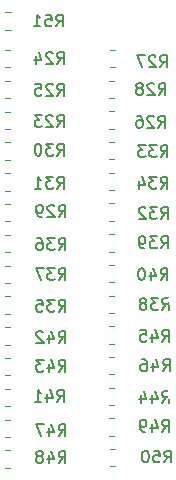
<source format=gbo>
G04 #@! TF.GenerationSoftware,KiCad,Pcbnew,(5.1.12)-1*
G04 #@! TF.CreationDate,2021-11-18T21:12:02+02:00*
G04 #@! TF.ProjectId,SmartHome,536d6172-7448-46f6-9d65-2e6b69636164,rev?*
G04 #@! TF.SameCoordinates,Original*
G04 #@! TF.FileFunction,Legend,Bot*
G04 #@! TF.FilePolarity,Positive*
%FSLAX46Y46*%
G04 Gerber Fmt 4.6, Leading zero omitted, Abs format (unit mm)*
G04 Created by KiCad (PCBNEW (5.1.12)-1) date 2021-11-18 21:12:02*
%MOMM*%
%LPD*%
G01*
G04 APERTURE LIST*
%ADD10C,0.120000*%
%ADD11C,0.150000*%
%ADD12R,1.700000X1.700000*%
%ADD13O,1.700000X1.700000*%
%ADD14R,1.508000X1.508000*%
%ADD15C,1.508000*%
%ADD16C,1.400000*%
%ADD17R,1.400000X1.400000*%
%ADD18O,1.950000X1.700000*%
%ADD19C,2.000000*%
%ADD20C,1.500000*%
%ADD21C,2.800000*%
%ADD22R,2.800000X2.800000*%
%ADD23R,3.500000X3.500000*%
G04 APERTURE END LIST*
D10*
X149668496Y18403240D02*
X150122624Y18403240D01*
X149668496Y16933240D02*
X150122624Y16933240D01*
X158499436Y-18569000D02*
X158953564Y-18569000D01*
X158499436Y-20039000D02*
X158953564Y-20039000D01*
X158419436Y-15970380D02*
X158873564Y-15970380D01*
X158419436Y-17440380D02*
X158873564Y-17440380D01*
X149632936Y-18696000D02*
X150087064Y-18696000D01*
X149632936Y-20166000D02*
X150087064Y-20166000D01*
X149632936Y-16087608D02*
X150087064Y-16087608D01*
X149632936Y-17557608D02*
X150087064Y-17557608D01*
X158419436Y-10773150D02*
X158873564Y-10773150D01*
X158419436Y-12243150D02*
X158873564Y-12243150D01*
X158419436Y-8174535D02*
X158873564Y-8174535D01*
X158419436Y-9644535D02*
X158873564Y-9644535D01*
X158419436Y-13371765D02*
X158873564Y-13371765D01*
X158419436Y-14841765D02*
X158873564Y-14841765D01*
X149632936Y-10870840D02*
X150087064Y-10870840D01*
X149632936Y-12340840D02*
X150087064Y-12340840D01*
X149632936Y-8262456D02*
X150087064Y-8262456D01*
X149632936Y-9732456D02*
X150087064Y-9732456D01*
X149632936Y-13479224D02*
X150087064Y-13479224D01*
X149632936Y-14949224D02*
X150087064Y-14949224D01*
X158419436Y-2977305D02*
X158873564Y-2977305D01*
X158419436Y-4447305D02*
X158873564Y-4447305D01*
X158419436Y-378690D02*
X158873564Y-378690D01*
X158419436Y-1848690D02*
X158873564Y-1848690D01*
X158419436Y-5575920D02*
X158873564Y-5575920D01*
X158419436Y-7045920D02*
X158873564Y-7045920D01*
X149632936Y-3045688D02*
X150087064Y-3045688D01*
X149632936Y-4515688D02*
X150087064Y-4515688D01*
X149632936Y-437304D02*
X150087064Y-437304D01*
X149632936Y-1907304D02*
X150087064Y-1907304D01*
X149632936Y-5654072D02*
X150087064Y-5654072D01*
X149632936Y-7124072D02*
X150087064Y-7124072D01*
X158419436Y4818540D02*
X158873564Y4818540D01*
X158419436Y3348540D02*
X158873564Y3348540D01*
X158419436Y7417155D02*
X158873564Y7417155D01*
X158419436Y5947155D02*
X158873564Y5947155D01*
X158419436Y2219925D02*
X158873564Y2219925D01*
X158419436Y749925D02*
X158873564Y749925D01*
X149632936Y4779464D02*
X150087064Y4779464D01*
X149632936Y3309464D02*
X150087064Y3309464D01*
X149632936Y7387848D02*
X150087064Y7387848D01*
X149632936Y5917848D02*
X150087064Y5917848D01*
X149632936Y2171080D02*
X150087064Y2171080D01*
X149632936Y701080D02*
X150087064Y701080D01*
X158419436Y12614385D02*
X158873564Y12614385D01*
X158419436Y11144385D02*
X158873564Y11144385D01*
X158499436Y15213000D02*
X158953564Y15213000D01*
X158499436Y13743000D02*
X158953564Y13743000D01*
X158419436Y10015770D02*
X158873564Y10015770D01*
X158419436Y8545770D02*
X158873564Y8545770D01*
X149632936Y12604616D02*
X150087064Y12604616D01*
X149632936Y11134616D02*
X150087064Y11134616D01*
X149632936Y15213000D02*
X150087064Y15213000D01*
X149632936Y13743000D02*
X150087064Y13743000D01*
X149632936Y9996232D02*
X150087064Y9996232D01*
X149632936Y8526232D02*
X150087064Y8526232D01*
D11*
X153975037Y17208239D02*
X154308370Y17684429D01*
X154546465Y17208239D02*
X154546465Y18208239D01*
X154165513Y18208239D01*
X154070275Y18160620D01*
X154022656Y18113000D01*
X153975037Y18017762D01*
X153975037Y17874905D01*
X154022656Y17779667D01*
X154070275Y17732048D01*
X154165513Y17684429D01*
X154546465Y17684429D01*
X153070275Y18208239D02*
X153546465Y18208239D01*
X153594084Y17732048D01*
X153546465Y17779667D01*
X153451227Y17827286D01*
X153213132Y17827286D01*
X153117894Y17779667D01*
X153070275Y17732048D01*
X153022656Y17636810D01*
X153022656Y17398715D01*
X153070275Y17303477D01*
X153117894Y17255858D01*
X153213132Y17208239D01*
X153451227Y17208239D01*
X153546465Y17255858D01*
X153594084Y17303477D01*
X152070275Y17208239D02*
X152641703Y17208239D01*
X152355989Y17208239D02*
X152355989Y18208239D01*
X152451227Y18065381D01*
X152546465Y17970143D01*
X152641703Y17922524D01*
X163136817Y-19697960D02*
X163470150Y-19221770D01*
X163708245Y-19697960D02*
X163708245Y-18697960D01*
X163327293Y-18697960D01*
X163232055Y-18745580D01*
X163184436Y-18793199D01*
X163136817Y-18888437D01*
X163136817Y-19031294D01*
X163184436Y-19126532D01*
X163232055Y-19174151D01*
X163327293Y-19221770D01*
X163708245Y-19221770D01*
X162232055Y-18697960D02*
X162708245Y-18697960D01*
X162755864Y-19174151D01*
X162708245Y-19126532D01*
X162613007Y-19078913D01*
X162374912Y-19078913D01*
X162279674Y-19126532D01*
X162232055Y-19174151D01*
X162184436Y-19269389D01*
X162184436Y-19507484D01*
X162232055Y-19602722D01*
X162279674Y-19650341D01*
X162374912Y-19697960D01*
X162613007Y-19697960D01*
X162708245Y-19650341D01*
X162755864Y-19602722D01*
X161565388Y-18697960D02*
X161470150Y-18697960D01*
X161374912Y-18745580D01*
X161327293Y-18793199D01*
X161279674Y-18888437D01*
X161232055Y-19078913D01*
X161232055Y-19317008D01*
X161279674Y-19507484D01*
X161327293Y-19602722D01*
X161374912Y-19650341D01*
X161470150Y-19697960D01*
X161565388Y-19697960D01*
X161660626Y-19650341D01*
X161708245Y-19602722D01*
X161755864Y-19507484D01*
X161803483Y-19317008D01*
X161803483Y-19078913D01*
X161755864Y-18888437D01*
X161708245Y-18793199D01*
X161660626Y-18745580D01*
X161565388Y-18697960D01*
X162948857Y-17089380D02*
X163282190Y-16613190D01*
X163520285Y-17089380D02*
X163520285Y-16089380D01*
X163139333Y-16089380D01*
X163044095Y-16137000D01*
X162996476Y-16184619D01*
X162948857Y-16279857D01*
X162948857Y-16422714D01*
X162996476Y-16517952D01*
X163044095Y-16565571D01*
X163139333Y-16613190D01*
X163520285Y-16613190D01*
X162091714Y-16422714D02*
X162091714Y-17089380D01*
X162329809Y-16041761D02*
X162567904Y-16756047D01*
X161948857Y-16756047D01*
X161520285Y-17089380D02*
X161329809Y-17089380D01*
X161234571Y-17041761D01*
X161186952Y-16994142D01*
X161091714Y-16851285D01*
X161044095Y-16660809D01*
X161044095Y-16279857D01*
X161091714Y-16184619D01*
X161139333Y-16137000D01*
X161234571Y-16089380D01*
X161425047Y-16089380D01*
X161520285Y-16137000D01*
X161567904Y-16184619D01*
X161615523Y-16279857D01*
X161615523Y-16517952D01*
X161567904Y-16613190D01*
X161520285Y-16660809D01*
X161425047Y-16708428D01*
X161234571Y-16708428D01*
X161139333Y-16660809D01*
X161091714Y-16613190D01*
X161044095Y-16517952D01*
X154185857Y-19756380D02*
X154519190Y-19280190D01*
X154757285Y-19756380D02*
X154757285Y-18756380D01*
X154376333Y-18756380D01*
X154281095Y-18804000D01*
X154233476Y-18851619D01*
X154185857Y-18946857D01*
X154185857Y-19089714D01*
X154233476Y-19184952D01*
X154281095Y-19232571D01*
X154376333Y-19280190D01*
X154757285Y-19280190D01*
X153328714Y-19089714D02*
X153328714Y-19756380D01*
X153566809Y-18708761D02*
X153804904Y-19423047D01*
X153185857Y-19423047D01*
X152662047Y-19184952D02*
X152757285Y-19137333D01*
X152804904Y-19089714D01*
X152852523Y-18994476D01*
X152852523Y-18946857D01*
X152804904Y-18851619D01*
X152757285Y-18804000D01*
X152662047Y-18756380D01*
X152471571Y-18756380D01*
X152376333Y-18804000D01*
X152328714Y-18851619D01*
X152281095Y-18946857D01*
X152281095Y-18994476D01*
X152328714Y-19089714D01*
X152376333Y-19137333D01*
X152471571Y-19184952D01*
X152662047Y-19184952D01*
X152757285Y-19232571D01*
X152804904Y-19280190D01*
X152852523Y-19375428D01*
X152852523Y-19565904D01*
X152804904Y-19661142D01*
X152757285Y-19708761D01*
X152662047Y-19756380D01*
X152471571Y-19756380D01*
X152376333Y-19708761D01*
X152328714Y-19661142D01*
X152281095Y-19565904D01*
X152281095Y-19375428D01*
X152328714Y-19280190D01*
X152376333Y-19232571D01*
X152471571Y-19184952D01*
X154185857Y-17470380D02*
X154519190Y-16994190D01*
X154757285Y-17470380D02*
X154757285Y-16470380D01*
X154376333Y-16470380D01*
X154281095Y-16518000D01*
X154233476Y-16565619D01*
X154185857Y-16660857D01*
X154185857Y-16803714D01*
X154233476Y-16898952D01*
X154281095Y-16946571D01*
X154376333Y-16994190D01*
X154757285Y-16994190D01*
X153328714Y-16803714D02*
X153328714Y-17470380D01*
X153566809Y-16422761D02*
X153804904Y-17137047D01*
X153185857Y-17137047D01*
X152900142Y-16470380D02*
X152233476Y-16470380D01*
X152662047Y-17470380D01*
X163014897Y-11971280D02*
X163348230Y-11495090D01*
X163586325Y-11971280D02*
X163586325Y-10971280D01*
X163205373Y-10971280D01*
X163110135Y-11018900D01*
X163062516Y-11066519D01*
X163014897Y-11161757D01*
X163014897Y-11304614D01*
X163062516Y-11399852D01*
X163110135Y-11447471D01*
X163205373Y-11495090D01*
X163586325Y-11495090D01*
X162157754Y-11304614D02*
X162157754Y-11971280D01*
X162395849Y-10923661D02*
X162633944Y-11637947D01*
X162014897Y-11637947D01*
X161205373Y-10971280D02*
X161395849Y-10971280D01*
X161491087Y-11018900D01*
X161538706Y-11066519D01*
X161633944Y-11209376D01*
X161681563Y-11399852D01*
X161681563Y-11780804D01*
X161633944Y-11876042D01*
X161586325Y-11923661D01*
X161491087Y-11971280D01*
X161300611Y-11971280D01*
X161205373Y-11923661D01*
X161157754Y-11876042D01*
X161110135Y-11780804D01*
X161110135Y-11542709D01*
X161157754Y-11447471D01*
X161205373Y-11399852D01*
X161300611Y-11352233D01*
X161491087Y-11352233D01*
X161586325Y-11399852D01*
X161633944Y-11447471D01*
X161681563Y-11542709D01*
X162948857Y-9469380D02*
X163282190Y-8993190D01*
X163520285Y-9469380D02*
X163520285Y-8469380D01*
X163139333Y-8469380D01*
X163044095Y-8517000D01*
X162996476Y-8564619D01*
X162948857Y-8659857D01*
X162948857Y-8802714D01*
X162996476Y-8897952D01*
X163044095Y-8945571D01*
X163139333Y-8993190D01*
X163520285Y-8993190D01*
X162091714Y-8802714D02*
X162091714Y-9469380D01*
X162329809Y-8421761D02*
X162567904Y-9136047D01*
X161948857Y-9136047D01*
X161091714Y-8469380D02*
X161567904Y-8469380D01*
X161615523Y-8945571D01*
X161567904Y-8897952D01*
X161472666Y-8850333D01*
X161234571Y-8850333D01*
X161139333Y-8897952D01*
X161091714Y-8945571D01*
X161044095Y-9040809D01*
X161044095Y-9278904D01*
X161091714Y-9374142D01*
X161139333Y-9421761D01*
X161234571Y-9469380D01*
X161472666Y-9469380D01*
X161567904Y-9421761D01*
X161615523Y-9374142D01*
X162948857Y-14676380D02*
X163282190Y-14200190D01*
X163520285Y-14676380D02*
X163520285Y-13676380D01*
X163139333Y-13676380D01*
X163044095Y-13724000D01*
X162996476Y-13771619D01*
X162948857Y-13866857D01*
X162948857Y-14009714D01*
X162996476Y-14104952D01*
X163044095Y-14152571D01*
X163139333Y-14200190D01*
X163520285Y-14200190D01*
X162091714Y-14009714D02*
X162091714Y-14676380D01*
X162329809Y-13628761D02*
X162567904Y-14343047D01*
X161948857Y-14343047D01*
X161139333Y-14009714D02*
X161139333Y-14676380D01*
X161377428Y-13628761D02*
X161615523Y-14343047D01*
X160996476Y-14343047D01*
X154185857Y-12009380D02*
X154519190Y-11533190D01*
X154757285Y-12009380D02*
X154757285Y-11009380D01*
X154376333Y-11009380D01*
X154281095Y-11057000D01*
X154233476Y-11104619D01*
X154185857Y-11199857D01*
X154185857Y-11342714D01*
X154233476Y-11437952D01*
X154281095Y-11485571D01*
X154376333Y-11533190D01*
X154757285Y-11533190D01*
X153328714Y-11342714D02*
X153328714Y-12009380D01*
X153566809Y-10961761D02*
X153804904Y-11676047D01*
X153185857Y-11676047D01*
X152900142Y-11009380D02*
X152281095Y-11009380D01*
X152614428Y-11390333D01*
X152471571Y-11390333D01*
X152376333Y-11437952D01*
X152328714Y-11485571D01*
X152281095Y-11580809D01*
X152281095Y-11818904D01*
X152328714Y-11914142D01*
X152376333Y-11961761D01*
X152471571Y-12009380D01*
X152757285Y-12009380D01*
X152852523Y-11961761D01*
X152900142Y-11914142D01*
X154185857Y-9596380D02*
X154519190Y-9120190D01*
X154757285Y-9596380D02*
X154757285Y-8596380D01*
X154376333Y-8596380D01*
X154281095Y-8644000D01*
X154233476Y-8691619D01*
X154185857Y-8786857D01*
X154185857Y-8929714D01*
X154233476Y-9024952D01*
X154281095Y-9072571D01*
X154376333Y-9120190D01*
X154757285Y-9120190D01*
X153328714Y-8929714D02*
X153328714Y-9596380D01*
X153566809Y-8548761D02*
X153804904Y-9263047D01*
X153185857Y-9263047D01*
X152852523Y-8691619D02*
X152804904Y-8644000D01*
X152709666Y-8596380D01*
X152471571Y-8596380D01*
X152376333Y-8644000D01*
X152328714Y-8691619D01*
X152281095Y-8786857D01*
X152281095Y-8882095D01*
X152328714Y-9024952D01*
X152900142Y-9596380D01*
X152281095Y-9596380D01*
X154058857Y-14549380D02*
X154392190Y-14073190D01*
X154630285Y-14549380D02*
X154630285Y-13549380D01*
X154249333Y-13549380D01*
X154154095Y-13597000D01*
X154106476Y-13644619D01*
X154058857Y-13739857D01*
X154058857Y-13882714D01*
X154106476Y-13977952D01*
X154154095Y-14025571D01*
X154249333Y-14073190D01*
X154630285Y-14073190D01*
X153201714Y-13882714D02*
X153201714Y-14549380D01*
X153439809Y-13501761D02*
X153677904Y-14216047D01*
X153058857Y-14216047D01*
X152154095Y-14549380D02*
X152725523Y-14549380D01*
X152439809Y-14549380D02*
X152439809Y-13549380D01*
X152535047Y-13692238D01*
X152630285Y-13787476D01*
X152725523Y-13835095D01*
X162821857Y-4262380D02*
X163155190Y-3786190D01*
X163393285Y-4262380D02*
X163393285Y-3262380D01*
X163012333Y-3262380D01*
X162917095Y-3310000D01*
X162869476Y-3357619D01*
X162821857Y-3452857D01*
X162821857Y-3595714D01*
X162869476Y-3690952D01*
X162917095Y-3738571D01*
X163012333Y-3786190D01*
X163393285Y-3786190D01*
X161964714Y-3595714D02*
X161964714Y-4262380D01*
X162202809Y-3214761D02*
X162440904Y-3929047D01*
X161821857Y-3929047D01*
X161250428Y-3262380D02*
X161155190Y-3262380D01*
X161059952Y-3310000D01*
X161012333Y-3357619D01*
X160964714Y-3452857D01*
X160917095Y-3643333D01*
X160917095Y-3881428D01*
X160964714Y-4071904D01*
X161012333Y-4167142D01*
X161059952Y-4214761D01*
X161155190Y-4262380D01*
X161250428Y-4262380D01*
X161345666Y-4214761D01*
X161393285Y-4167142D01*
X161440904Y-4071904D01*
X161488523Y-3881428D01*
X161488523Y-3643333D01*
X161440904Y-3452857D01*
X161393285Y-3357619D01*
X161345666Y-3310000D01*
X161250428Y-3262380D01*
X162854877Y-1564900D02*
X163188210Y-1088710D01*
X163426305Y-1564900D02*
X163426305Y-564900D01*
X163045353Y-564900D01*
X162950115Y-612520D01*
X162902496Y-660139D01*
X162854877Y-755377D01*
X162854877Y-898234D01*
X162902496Y-993472D01*
X162950115Y-1041091D01*
X163045353Y-1088710D01*
X163426305Y-1088710D01*
X162521543Y-564900D02*
X161902496Y-564900D01*
X162235829Y-945853D01*
X162092972Y-945853D01*
X161997734Y-993472D01*
X161950115Y-1041091D01*
X161902496Y-1136329D01*
X161902496Y-1374424D01*
X161950115Y-1469662D01*
X161997734Y-1517281D01*
X162092972Y-1564900D01*
X162378686Y-1564900D01*
X162473924Y-1517281D01*
X162521543Y-1469662D01*
X161426305Y-1564900D02*
X161235829Y-1564900D01*
X161140591Y-1517281D01*
X161092972Y-1469662D01*
X160997734Y-1326805D01*
X160950115Y-1136329D01*
X160950115Y-755377D01*
X160997734Y-660139D01*
X161045353Y-612520D01*
X161140591Y-564900D01*
X161331067Y-564900D01*
X161426305Y-612520D01*
X161473924Y-660139D01*
X161521543Y-755377D01*
X161521543Y-993472D01*
X161473924Y-1088710D01*
X161426305Y-1136329D01*
X161331067Y-1183948D01*
X161140591Y-1183948D01*
X161045353Y-1136329D01*
X160997734Y-1088710D01*
X160950115Y-993472D01*
X162948857Y-6802380D02*
X163282190Y-6326190D01*
X163520285Y-6802380D02*
X163520285Y-5802380D01*
X163139333Y-5802380D01*
X163044095Y-5850000D01*
X162996476Y-5897619D01*
X162948857Y-5992857D01*
X162948857Y-6135714D01*
X162996476Y-6230952D01*
X163044095Y-6278571D01*
X163139333Y-6326190D01*
X163520285Y-6326190D01*
X162615523Y-5802380D02*
X161996476Y-5802380D01*
X162329809Y-6183333D01*
X162186952Y-6183333D01*
X162091714Y-6230952D01*
X162044095Y-6278571D01*
X161996476Y-6373809D01*
X161996476Y-6611904D01*
X162044095Y-6707142D01*
X162091714Y-6754761D01*
X162186952Y-6802380D01*
X162472666Y-6802380D01*
X162567904Y-6754761D01*
X162615523Y-6707142D01*
X161425047Y-6230952D02*
X161520285Y-6183333D01*
X161567904Y-6135714D01*
X161615523Y-6040476D01*
X161615523Y-5992857D01*
X161567904Y-5897619D01*
X161520285Y-5850000D01*
X161425047Y-5802380D01*
X161234571Y-5802380D01*
X161139333Y-5850000D01*
X161091714Y-5897619D01*
X161044095Y-5992857D01*
X161044095Y-6040476D01*
X161091714Y-6135714D01*
X161139333Y-6183333D01*
X161234571Y-6230952D01*
X161425047Y-6230952D01*
X161520285Y-6278571D01*
X161567904Y-6326190D01*
X161615523Y-6421428D01*
X161615523Y-6611904D01*
X161567904Y-6707142D01*
X161520285Y-6754761D01*
X161425047Y-6802380D01*
X161234571Y-6802380D01*
X161139333Y-6754761D01*
X161091714Y-6707142D01*
X161044095Y-6611904D01*
X161044095Y-6421428D01*
X161091714Y-6326190D01*
X161139333Y-6278571D01*
X161234571Y-6230952D01*
X154185857Y-4262380D02*
X154519190Y-3786190D01*
X154757285Y-4262380D02*
X154757285Y-3262380D01*
X154376333Y-3262380D01*
X154281095Y-3310000D01*
X154233476Y-3357619D01*
X154185857Y-3452857D01*
X154185857Y-3595714D01*
X154233476Y-3690952D01*
X154281095Y-3738571D01*
X154376333Y-3786190D01*
X154757285Y-3786190D01*
X153852523Y-3262380D02*
X153233476Y-3262380D01*
X153566809Y-3643333D01*
X153423952Y-3643333D01*
X153328714Y-3690952D01*
X153281095Y-3738571D01*
X153233476Y-3833809D01*
X153233476Y-4071904D01*
X153281095Y-4167142D01*
X153328714Y-4214761D01*
X153423952Y-4262380D01*
X153709666Y-4262380D01*
X153804904Y-4214761D01*
X153852523Y-4167142D01*
X152900142Y-3262380D02*
X152233476Y-3262380D01*
X152662047Y-4262380D01*
X154185857Y-1722380D02*
X154519190Y-1246190D01*
X154757285Y-1722380D02*
X154757285Y-722380D01*
X154376333Y-722380D01*
X154281095Y-770000D01*
X154233476Y-817619D01*
X154185857Y-912857D01*
X154185857Y-1055714D01*
X154233476Y-1150952D01*
X154281095Y-1198571D01*
X154376333Y-1246190D01*
X154757285Y-1246190D01*
X153852523Y-722380D02*
X153233476Y-722380D01*
X153566809Y-1103333D01*
X153423952Y-1103333D01*
X153328714Y-1150952D01*
X153281095Y-1198571D01*
X153233476Y-1293809D01*
X153233476Y-1531904D01*
X153281095Y-1627142D01*
X153328714Y-1674761D01*
X153423952Y-1722380D01*
X153709666Y-1722380D01*
X153804904Y-1674761D01*
X153852523Y-1627142D01*
X152376333Y-722380D02*
X152566809Y-722380D01*
X152662047Y-770000D01*
X152709666Y-817619D01*
X152804904Y-960476D01*
X152852523Y-1150952D01*
X152852523Y-1531904D01*
X152804904Y-1627142D01*
X152757285Y-1674761D01*
X152662047Y-1722380D01*
X152471571Y-1722380D01*
X152376333Y-1674761D01*
X152328714Y-1627142D01*
X152281095Y-1531904D01*
X152281095Y-1293809D01*
X152328714Y-1198571D01*
X152376333Y-1150952D01*
X152471571Y-1103333D01*
X152662047Y-1103333D01*
X152757285Y-1150952D01*
X152804904Y-1198571D01*
X152852523Y-1293809D01*
X154185857Y-6929380D02*
X154519190Y-6453190D01*
X154757285Y-6929380D02*
X154757285Y-5929380D01*
X154376333Y-5929380D01*
X154281095Y-5977000D01*
X154233476Y-6024619D01*
X154185857Y-6119857D01*
X154185857Y-6262714D01*
X154233476Y-6357952D01*
X154281095Y-6405571D01*
X154376333Y-6453190D01*
X154757285Y-6453190D01*
X153852523Y-5929380D02*
X153233476Y-5929380D01*
X153566809Y-6310333D01*
X153423952Y-6310333D01*
X153328714Y-6357952D01*
X153281095Y-6405571D01*
X153233476Y-6500809D01*
X153233476Y-6738904D01*
X153281095Y-6834142D01*
X153328714Y-6881761D01*
X153423952Y-6929380D01*
X153709666Y-6929380D01*
X153804904Y-6881761D01*
X153852523Y-6834142D01*
X152328714Y-5929380D02*
X152804904Y-5929380D01*
X152852523Y-6405571D01*
X152804904Y-6357952D01*
X152709666Y-6310333D01*
X152471571Y-6310333D01*
X152376333Y-6357952D01*
X152328714Y-6405571D01*
X152281095Y-6500809D01*
X152281095Y-6738904D01*
X152328714Y-6834142D01*
X152376333Y-6881761D01*
X152471571Y-6929380D01*
X152709666Y-6929380D01*
X152804904Y-6881761D01*
X152852523Y-6834142D01*
X162821857Y3484619D02*
X163155190Y3960809D01*
X163393285Y3484619D02*
X163393285Y4484619D01*
X163012333Y4484619D01*
X162917095Y4437000D01*
X162869476Y4389380D01*
X162821857Y4294142D01*
X162821857Y4151285D01*
X162869476Y4056047D01*
X162917095Y4008428D01*
X163012333Y3960809D01*
X163393285Y3960809D01*
X162488523Y4484619D02*
X161869476Y4484619D01*
X162202809Y4103666D01*
X162059952Y4103666D01*
X161964714Y4056047D01*
X161917095Y4008428D01*
X161869476Y3913190D01*
X161869476Y3675095D01*
X161917095Y3579857D01*
X161964714Y3532238D01*
X162059952Y3484619D01*
X162345666Y3484619D01*
X162440904Y3532238D01*
X162488523Y3579857D01*
X161012333Y4151285D02*
X161012333Y3484619D01*
X161250428Y4532238D02*
X161488523Y3817952D01*
X160869476Y3817952D01*
X162821857Y6151619D02*
X163155190Y6627809D01*
X163393285Y6151619D02*
X163393285Y7151619D01*
X163012333Y7151619D01*
X162917095Y7104000D01*
X162869476Y7056380D01*
X162821857Y6961142D01*
X162821857Y6818285D01*
X162869476Y6723047D01*
X162917095Y6675428D01*
X163012333Y6627809D01*
X163393285Y6627809D01*
X162488523Y7151619D02*
X161869476Y7151619D01*
X162202809Y6770666D01*
X162059952Y6770666D01*
X161964714Y6723047D01*
X161917095Y6675428D01*
X161869476Y6580190D01*
X161869476Y6342095D01*
X161917095Y6246857D01*
X161964714Y6199238D01*
X162059952Y6151619D01*
X162345666Y6151619D01*
X162440904Y6199238D01*
X162488523Y6246857D01*
X161536142Y7151619D02*
X160917095Y7151619D01*
X161250428Y6770666D01*
X161107571Y6770666D01*
X161012333Y6723047D01*
X160964714Y6675428D01*
X160917095Y6580190D01*
X160917095Y6342095D01*
X160964714Y6246857D01*
X161012333Y6199238D01*
X161107571Y6151619D01*
X161393285Y6151619D01*
X161488523Y6199238D01*
X161536142Y6246857D01*
X162854877Y914139D02*
X163188210Y1390329D01*
X163426305Y914139D02*
X163426305Y1914139D01*
X163045353Y1914139D01*
X162950115Y1866520D01*
X162902496Y1818900D01*
X162854877Y1723662D01*
X162854877Y1580805D01*
X162902496Y1485567D01*
X162950115Y1437948D01*
X163045353Y1390329D01*
X163426305Y1390329D01*
X162521543Y1914139D02*
X161902496Y1914139D01*
X162235829Y1533186D01*
X162092972Y1533186D01*
X161997734Y1485567D01*
X161950115Y1437948D01*
X161902496Y1342710D01*
X161902496Y1104615D01*
X161950115Y1009377D01*
X161997734Y961758D01*
X162092972Y914139D01*
X162378686Y914139D01*
X162473924Y961758D01*
X162521543Y1009377D01*
X161521543Y1818900D02*
X161473924Y1866520D01*
X161378686Y1914139D01*
X161140591Y1914139D01*
X161045353Y1866520D01*
X160997734Y1818900D01*
X160950115Y1723662D01*
X160950115Y1628424D01*
X160997734Y1485567D01*
X161569162Y914139D01*
X160950115Y914139D01*
X154058857Y3484619D02*
X154392190Y3960809D01*
X154630285Y3484619D02*
X154630285Y4484619D01*
X154249333Y4484619D01*
X154154095Y4437000D01*
X154106476Y4389380D01*
X154058857Y4294142D01*
X154058857Y4151285D01*
X154106476Y4056047D01*
X154154095Y4008428D01*
X154249333Y3960809D01*
X154630285Y3960809D01*
X153725523Y4484619D02*
X153106476Y4484619D01*
X153439809Y4103666D01*
X153296952Y4103666D01*
X153201714Y4056047D01*
X153154095Y4008428D01*
X153106476Y3913190D01*
X153106476Y3675095D01*
X153154095Y3579857D01*
X153201714Y3532238D01*
X153296952Y3484619D01*
X153582666Y3484619D01*
X153677904Y3532238D01*
X153725523Y3579857D01*
X152154095Y3484619D02*
X152725523Y3484619D01*
X152439809Y3484619D02*
X152439809Y4484619D01*
X152535047Y4341761D01*
X152630285Y4246523D01*
X152725523Y4198904D01*
X154058857Y6278619D02*
X154392190Y6754809D01*
X154630285Y6278619D02*
X154630285Y7278619D01*
X154249333Y7278619D01*
X154154095Y7231000D01*
X154106476Y7183380D01*
X154058857Y7088142D01*
X154058857Y6945285D01*
X154106476Y6850047D01*
X154154095Y6802428D01*
X154249333Y6754809D01*
X154630285Y6754809D01*
X153725523Y7278619D02*
X153106476Y7278619D01*
X153439809Y6897666D01*
X153296952Y6897666D01*
X153201714Y6850047D01*
X153154095Y6802428D01*
X153106476Y6707190D01*
X153106476Y6469095D01*
X153154095Y6373857D01*
X153201714Y6326238D01*
X153296952Y6278619D01*
X153582666Y6278619D01*
X153677904Y6326238D01*
X153725523Y6373857D01*
X152487428Y7278619D02*
X152392190Y7278619D01*
X152296952Y7231000D01*
X152249333Y7183380D01*
X152201714Y7088142D01*
X152154095Y6897666D01*
X152154095Y6659571D01*
X152201714Y6469095D01*
X152249333Y6373857D01*
X152296952Y6326238D01*
X152392190Y6278619D01*
X152487428Y6278619D01*
X152582666Y6326238D01*
X152630285Y6373857D01*
X152677904Y6469095D01*
X152725523Y6659571D01*
X152725523Y6897666D01*
X152677904Y7088142D01*
X152630285Y7183380D01*
X152582666Y7231000D01*
X152487428Y7278619D01*
X154185857Y1071619D02*
X154519190Y1547809D01*
X154757285Y1071619D02*
X154757285Y2071619D01*
X154376333Y2071619D01*
X154281095Y2024000D01*
X154233476Y1976380D01*
X154185857Y1881142D01*
X154185857Y1738285D01*
X154233476Y1643047D01*
X154281095Y1595428D01*
X154376333Y1547809D01*
X154757285Y1547809D01*
X153804904Y1976380D02*
X153757285Y2024000D01*
X153662047Y2071619D01*
X153423952Y2071619D01*
X153328714Y2024000D01*
X153281095Y1976380D01*
X153233476Y1881142D01*
X153233476Y1785904D01*
X153281095Y1643047D01*
X153852523Y1071619D01*
X153233476Y1071619D01*
X152757285Y1071619D02*
X152566809Y1071619D01*
X152471571Y1119238D01*
X152423952Y1166857D01*
X152328714Y1309714D01*
X152281095Y1500190D01*
X152281095Y1881142D01*
X152328714Y1976380D01*
X152376333Y2024000D01*
X152471571Y2071619D01*
X152662047Y2071619D01*
X152757285Y2024000D01*
X152804904Y1976380D01*
X152852523Y1881142D01*
X152852523Y1643047D01*
X152804904Y1547809D01*
X152757285Y1500190D01*
X152662047Y1452571D01*
X152471571Y1452571D01*
X152376333Y1500190D01*
X152328714Y1547809D01*
X152281095Y1643047D01*
X162649137Y11422119D02*
X162982470Y11898309D01*
X163220565Y11422119D02*
X163220565Y12422119D01*
X162839613Y12422119D01*
X162744375Y12374500D01*
X162696756Y12326880D01*
X162649137Y12231642D01*
X162649137Y12088785D01*
X162696756Y11993547D01*
X162744375Y11945928D01*
X162839613Y11898309D01*
X163220565Y11898309D01*
X162268184Y12326880D02*
X162220565Y12374500D01*
X162125327Y12422119D01*
X161887232Y12422119D01*
X161791994Y12374500D01*
X161744375Y12326880D01*
X161696756Y12231642D01*
X161696756Y12136404D01*
X161744375Y11993547D01*
X162315803Y11422119D01*
X161696756Y11422119D01*
X161125327Y11993547D02*
X161220565Y12041166D01*
X161268184Y12088785D01*
X161315803Y12184023D01*
X161315803Y12231642D01*
X161268184Y12326880D01*
X161220565Y12374500D01*
X161125327Y12422119D01*
X160934851Y12422119D01*
X160839613Y12374500D01*
X160791994Y12326880D01*
X160744375Y12231642D01*
X160744375Y12184023D01*
X160791994Y12088785D01*
X160839613Y12041166D01*
X160934851Y11993547D01*
X161125327Y11993547D01*
X161220565Y11945928D01*
X161268184Y11898309D01*
X161315803Y11803071D01*
X161315803Y11612595D01*
X161268184Y11517357D01*
X161220565Y11469738D01*
X161125327Y11422119D01*
X160934851Y11422119D01*
X160839613Y11469738D01*
X160791994Y11517357D01*
X160744375Y11612595D01*
X160744375Y11803071D01*
X160791994Y11898309D01*
X160839613Y11945928D01*
X160934851Y11993547D01*
X162750737Y13753839D02*
X163084070Y14230029D01*
X163322165Y13753839D02*
X163322165Y14753839D01*
X162941213Y14753839D01*
X162845975Y14706220D01*
X162798356Y14658600D01*
X162750737Y14563362D01*
X162750737Y14420505D01*
X162798356Y14325267D01*
X162845975Y14277648D01*
X162941213Y14230029D01*
X163322165Y14230029D01*
X162369784Y14658600D02*
X162322165Y14706220D01*
X162226927Y14753839D01*
X161988832Y14753839D01*
X161893594Y14706220D01*
X161845975Y14658600D01*
X161798356Y14563362D01*
X161798356Y14468124D01*
X161845975Y14325267D01*
X162417403Y13753839D01*
X161798356Y13753839D01*
X161465022Y14753839D02*
X160798356Y14753839D01*
X161226927Y13753839D01*
X162631357Y8635739D02*
X162964690Y9111929D01*
X163202785Y8635739D02*
X163202785Y9635739D01*
X162821833Y9635739D01*
X162726595Y9588120D01*
X162678976Y9540500D01*
X162631357Y9445262D01*
X162631357Y9302405D01*
X162678976Y9207167D01*
X162726595Y9159548D01*
X162821833Y9111929D01*
X163202785Y9111929D01*
X162250404Y9540500D02*
X162202785Y9588120D01*
X162107547Y9635739D01*
X161869452Y9635739D01*
X161774214Y9588120D01*
X161726595Y9540500D01*
X161678976Y9445262D01*
X161678976Y9350024D01*
X161726595Y9207167D01*
X162298023Y8635739D01*
X161678976Y8635739D01*
X160821833Y9635739D02*
X161012309Y9635739D01*
X161107547Y9588120D01*
X161155166Y9540500D01*
X161250404Y9397643D01*
X161298023Y9207167D01*
X161298023Y8826215D01*
X161250404Y8730977D01*
X161202785Y8683358D01*
X161107547Y8635739D01*
X160917071Y8635739D01*
X160821833Y8683358D01*
X160774214Y8730977D01*
X160726595Y8826215D01*
X160726595Y9064310D01*
X160774214Y9159548D01*
X160821833Y9207167D01*
X160917071Y9254786D01*
X161107547Y9254786D01*
X161202785Y9207167D01*
X161250404Y9159548D01*
X161298023Y9064310D01*
X154058857Y11358619D02*
X154392190Y11834809D01*
X154630285Y11358619D02*
X154630285Y12358619D01*
X154249333Y12358619D01*
X154154095Y12311000D01*
X154106476Y12263380D01*
X154058857Y12168142D01*
X154058857Y12025285D01*
X154106476Y11930047D01*
X154154095Y11882428D01*
X154249333Y11834809D01*
X154630285Y11834809D01*
X153677904Y12263380D02*
X153630285Y12311000D01*
X153535047Y12358619D01*
X153296952Y12358619D01*
X153201714Y12311000D01*
X153154095Y12263380D01*
X153106476Y12168142D01*
X153106476Y12072904D01*
X153154095Y11930047D01*
X153725523Y11358619D01*
X153106476Y11358619D01*
X152201714Y12358619D02*
X152677904Y12358619D01*
X152725523Y11882428D01*
X152677904Y11930047D01*
X152582666Y11977666D01*
X152344571Y11977666D01*
X152249333Y11930047D01*
X152201714Y11882428D01*
X152154095Y11787190D01*
X152154095Y11549095D01*
X152201714Y11453857D01*
X152249333Y11406238D01*
X152344571Y11358619D01*
X152582666Y11358619D01*
X152677904Y11406238D01*
X152725523Y11453857D01*
X154058857Y14025619D02*
X154392190Y14501809D01*
X154630285Y14025619D02*
X154630285Y15025619D01*
X154249333Y15025619D01*
X154154095Y14978000D01*
X154106476Y14930380D01*
X154058857Y14835142D01*
X154058857Y14692285D01*
X154106476Y14597047D01*
X154154095Y14549428D01*
X154249333Y14501809D01*
X154630285Y14501809D01*
X153677904Y14930380D02*
X153630285Y14978000D01*
X153535047Y15025619D01*
X153296952Y15025619D01*
X153201714Y14978000D01*
X153154095Y14930380D01*
X153106476Y14835142D01*
X153106476Y14739904D01*
X153154095Y14597047D01*
X153725523Y14025619D01*
X153106476Y14025619D01*
X152249333Y14692285D02*
X152249333Y14025619D01*
X152487428Y15073238D02*
X152725523Y14358952D01*
X152106476Y14358952D01*
X154058857Y8691619D02*
X154392190Y9167809D01*
X154630285Y8691619D02*
X154630285Y9691619D01*
X154249333Y9691619D01*
X154154095Y9644000D01*
X154106476Y9596380D01*
X154058857Y9501142D01*
X154058857Y9358285D01*
X154106476Y9263047D01*
X154154095Y9215428D01*
X154249333Y9167809D01*
X154630285Y9167809D01*
X153677904Y9596380D02*
X153630285Y9644000D01*
X153535047Y9691619D01*
X153296952Y9691619D01*
X153201714Y9644000D01*
X153154095Y9596380D01*
X153106476Y9501142D01*
X153106476Y9405904D01*
X153154095Y9263047D01*
X153725523Y8691619D01*
X153106476Y8691619D01*
X152773142Y9691619D02*
X152154095Y9691619D01*
X152487428Y9310666D01*
X152344571Y9310666D01*
X152249333Y9263047D01*
X152201714Y9215428D01*
X152154095Y9120190D01*
X152154095Y8882095D01*
X152201714Y8786857D01*
X152249333Y8739238D01*
X152344571Y8691619D01*
X152630285Y8691619D01*
X152725523Y8739238D01*
X152773142Y8786857D01*
%LPC*%
G36*
G01*
X150295560Y17218239D02*
X150295560Y18118241D01*
G75*
G02*
X150545559Y18368240I249999J0D01*
G01*
X151070561Y18368240D01*
G75*
G02*
X151320560Y18118241I0J-249999D01*
G01*
X151320560Y17218239D01*
G75*
G02*
X151070561Y16968240I-249999J0D01*
G01*
X150545559Y16968240D01*
G75*
G02*
X150295560Y17218239I0J249999D01*
G01*
G37*
G36*
G01*
X148470560Y17218239D02*
X148470560Y18118241D01*
G75*
G02*
X148720559Y18368240I249999J0D01*
G01*
X149245561Y18368240D01*
G75*
G02*
X149495560Y18118241I0J-249999D01*
G01*
X149495560Y17218239D01*
G75*
G02*
X149245561Y16968240I-249999J0D01*
G01*
X148720559Y16968240D01*
G75*
G02*
X148470560Y17218239I0J249999D01*
G01*
G37*
D12*
X144264380Y53733700D03*
D13*
X144264380Y51193700D03*
X144264380Y48653700D03*
X144264380Y46113700D03*
D14*
X164208000Y-13589000D03*
D15*
X164208000Y-5969000D03*
X164208000Y4191000D03*
X164208000Y6731000D03*
D16*
X144780000Y-26797000D03*
D17*
X148590000Y-26797000D03*
D18*
X145034000Y21583000D03*
X145034000Y24083000D03*
X145034000Y26583000D03*
G36*
G01*
X144309000Y29933000D02*
X145759000Y29933000D01*
G75*
G02*
X146009000Y29683000I0J-250000D01*
G01*
X146009000Y28483000D01*
G75*
G02*
X145759000Y28233000I-250000J0D01*
G01*
X144309000Y28233000D01*
G75*
G02*
X144059000Y28483000I0J250000D01*
G01*
X144059000Y29683000D01*
G75*
G02*
X144309000Y29933000I250000J0D01*
G01*
G37*
D19*
X143913860Y40845880D03*
X148413860Y40845880D03*
X143913860Y34345880D03*
X148413860Y34345880D03*
G36*
G01*
X159126500Y-19754001D02*
X159126500Y-18853999D01*
G75*
G02*
X159376499Y-18604000I249999J0D01*
G01*
X159901501Y-18604000D01*
G75*
G02*
X160151500Y-18853999I0J-249999D01*
G01*
X160151500Y-19754001D01*
G75*
G02*
X159901501Y-20004000I-249999J0D01*
G01*
X159376499Y-20004000D01*
G75*
G02*
X159126500Y-19754001I0J249999D01*
G01*
G37*
G36*
G01*
X157301500Y-19754001D02*
X157301500Y-18853999D01*
G75*
G02*
X157551499Y-18604000I249999J0D01*
G01*
X158076501Y-18604000D01*
G75*
G02*
X158326500Y-18853999I0J-249999D01*
G01*
X158326500Y-19754001D01*
G75*
G02*
X158076501Y-20004000I-249999J0D01*
G01*
X157551499Y-20004000D01*
G75*
G02*
X157301500Y-19754001I0J249999D01*
G01*
G37*
G36*
G01*
X159046500Y-17155381D02*
X159046500Y-16255379D01*
G75*
G02*
X159296499Y-16005380I249999J0D01*
G01*
X159821501Y-16005380D01*
G75*
G02*
X160071500Y-16255379I0J-249999D01*
G01*
X160071500Y-17155381D01*
G75*
G02*
X159821501Y-17405380I-249999J0D01*
G01*
X159296499Y-17405380D01*
G75*
G02*
X159046500Y-17155381I0J249999D01*
G01*
G37*
G36*
G01*
X157221500Y-17155381D02*
X157221500Y-16255379D01*
G75*
G02*
X157471499Y-16005380I249999J0D01*
G01*
X157996501Y-16005380D01*
G75*
G02*
X158246500Y-16255379I0J-249999D01*
G01*
X158246500Y-17155381D01*
G75*
G02*
X157996501Y-17405380I-249999J0D01*
G01*
X157471499Y-17405380D01*
G75*
G02*
X157221500Y-17155381I0J249999D01*
G01*
G37*
G36*
G01*
X150260000Y-19881001D02*
X150260000Y-18980999D01*
G75*
G02*
X150509999Y-18731000I249999J0D01*
G01*
X151035001Y-18731000D01*
G75*
G02*
X151285000Y-18980999I0J-249999D01*
G01*
X151285000Y-19881001D01*
G75*
G02*
X151035001Y-20131000I-249999J0D01*
G01*
X150509999Y-20131000D01*
G75*
G02*
X150260000Y-19881001I0J249999D01*
G01*
G37*
G36*
G01*
X148435000Y-19881001D02*
X148435000Y-18980999D01*
G75*
G02*
X148684999Y-18731000I249999J0D01*
G01*
X149210001Y-18731000D01*
G75*
G02*
X149460000Y-18980999I0J-249999D01*
G01*
X149460000Y-19881001D01*
G75*
G02*
X149210001Y-20131000I-249999J0D01*
G01*
X148684999Y-20131000D01*
G75*
G02*
X148435000Y-19881001I0J249999D01*
G01*
G37*
G36*
G01*
X150260000Y-17272609D02*
X150260000Y-16372607D01*
G75*
G02*
X150509999Y-16122608I249999J0D01*
G01*
X151035001Y-16122608D01*
G75*
G02*
X151285000Y-16372607I0J-249999D01*
G01*
X151285000Y-17272609D01*
G75*
G02*
X151035001Y-17522608I-249999J0D01*
G01*
X150509999Y-17522608D01*
G75*
G02*
X150260000Y-17272609I0J249999D01*
G01*
G37*
G36*
G01*
X148435000Y-17272609D02*
X148435000Y-16372607D01*
G75*
G02*
X148684999Y-16122608I249999J0D01*
G01*
X149210001Y-16122608D01*
G75*
G02*
X149460000Y-16372607I0J-249999D01*
G01*
X149460000Y-17272609D01*
G75*
G02*
X149210001Y-17522608I-249999J0D01*
G01*
X148684999Y-17522608D01*
G75*
G02*
X148435000Y-17272609I0J249999D01*
G01*
G37*
G36*
G01*
X159046500Y-11958151D02*
X159046500Y-11058149D01*
G75*
G02*
X159296499Y-10808150I249999J0D01*
G01*
X159821501Y-10808150D01*
G75*
G02*
X160071500Y-11058149I0J-249999D01*
G01*
X160071500Y-11958151D01*
G75*
G02*
X159821501Y-12208150I-249999J0D01*
G01*
X159296499Y-12208150D01*
G75*
G02*
X159046500Y-11958151I0J249999D01*
G01*
G37*
G36*
G01*
X157221500Y-11958151D02*
X157221500Y-11058149D01*
G75*
G02*
X157471499Y-10808150I249999J0D01*
G01*
X157996501Y-10808150D01*
G75*
G02*
X158246500Y-11058149I0J-249999D01*
G01*
X158246500Y-11958151D01*
G75*
G02*
X157996501Y-12208150I-249999J0D01*
G01*
X157471499Y-12208150D01*
G75*
G02*
X157221500Y-11958151I0J249999D01*
G01*
G37*
G36*
G01*
X159046500Y-9359536D02*
X159046500Y-8459534D01*
G75*
G02*
X159296499Y-8209535I249999J0D01*
G01*
X159821501Y-8209535D01*
G75*
G02*
X160071500Y-8459534I0J-249999D01*
G01*
X160071500Y-9359536D01*
G75*
G02*
X159821501Y-9609535I-249999J0D01*
G01*
X159296499Y-9609535D01*
G75*
G02*
X159046500Y-9359536I0J249999D01*
G01*
G37*
G36*
G01*
X157221500Y-9359536D02*
X157221500Y-8459534D01*
G75*
G02*
X157471499Y-8209535I249999J0D01*
G01*
X157996501Y-8209535D01*
G75*
G02*
X158246500Y-8459534I0J-249999D01*
G01*
X158246500Y-9359536D01*
G75*
G02*
X157996501Y-9609535I-249999J0D01*
G01*
X157471499Y-9609535D01*
G75*
G02*
X157221500Y-9359536I0J249999D01*
G01*
G37*
G36*
G01*
X159046500Y-14556766D02*
X159046500Y-13656764D01*
G75*
G02*
X159296499Y-13406765I249999J0D01*
G01*
X159821501Y-13406765D01*
G75*
G02*
X160071500Y-13656764I0J-249999D01*
G01*
X160071500Y-14556766D01*
G75*
G02*
X159821501Y-14806765I-249999J0D01*
G01*
X159296499Y-14806765D01*
G75*
G02*
X159046500Y-14556766I0J249999D01*
G01*
G37*
G36*
G01*
X157221500Y-14556766D02*
X157221500Y-13656764D01*
G75*
G02*
X157471499Y-13406765I249999J0D01*
G01*
X157996501Y-13406765D01*
G75*
G02*
X158246500Y-13656764I0J-249999D01*
G01*
X158246500Y-14556766D01*
G75*
G02*
X157996501Y-14806765I-249999J0D01*
G01*
X157471499Y-14806765D01*
G75*
G02*
X157221500Y-14556766I0J249999D01*
G01*
G37*
G36*
G01*
X150260000Y-12055841D02*
X150260000Y-11155839D01*
G75*
G02*
X150509999Y-10905840I249999J0D01*
G01*
X151035001Y-10905840D01*
G75*
G02*
X151285000Y-11155839I0J-249999D01*
G01*
X151285000Y-12055841D01*
G75*
G02*
X151035001Y-12305840I-249999J0D01*
G01*
X150509999Y-12305840D01*
G75*
G02*
X150260000Y-12055841I0J249999D01*
G01*
G37*
G36*
G01*
X148435000Y-12055841D02*
X148435000Y-11155839D01*
G75*
G02*
X148684999Y-10905840I249999J0D01*
G01*
X149210001Y-10905840D01*
G75*
G02*
X149460000Y-11155839I0J-249999D01*
G01*
X149460000Y-12055841D01*
G75*
G02*
X149210001Y-12305840I-249999J0D01*
G01*
X148684999Y-12305840D01*
G75*
G02*
X148435000Y-12055841I0J249999D01*
G01*
G37*
G36*
G01*
X150260000Y-9447457D02*
X150260000Y-8547455D01*
G75*
G02*
X150509999Y-8297456I249999J0D01*
G01*
X151035001Y-8297456D01*
G75*
G02*
X151285000Y-8547455I0J-249999D01*
G01*
X151285000Y-9447457D01*
G75*
G02*
X151035001Y-9697456I-249999J0D01*
G01*
X150509999Y-9697456D01*
G75*
G02*
X150260000Y-9447457I0J249999D01*
G01*
G37*
G36*
G01*
X148435000Y-9447457D02*
X148435000Y-8547455D01*
G75*
G02*
X148684999Y-8297456I249999J0D01*
G01*
X149210001Y-8297456D01*
G75*
G02*
X149460000Y-8547455I0J-249999D01*
G01*
X149460000Y-9447457D01*
G75*
G02*
X149210001Y-9697456I-249999J0D01*
G01*
X148684999Y-9697456D01*
G75*
G02*
X148435000Y-9447457I0J249999D01*
G01*
G37*
G36*
G01*
X150260000Y-14664225D02*
X150260000Y-13764223D01*
G75*
G02*
X150509999Y-13514224I249999J0D01*
G01*
X151035001Y-13514224D01*
G75*
G02*
X151285000Y-13764223I0J-249999D01*
G01*
X151285000Y-14664225D01*
G75*
G02*
X151035001Y-14914224I-249999J0D01*
G01*
X150509999Y-14914224D01*
G75*
G02*
X150260000Y-14664225I0J249999D01*
G01*
G37*
G36*
G01*
X148435000Y-14664225D02*
X148435000Y-13764223D01*
G75*
G02*
X148684999Y-13514224I249999J0D01*
G01*
X149210001Y-13514224D01*
G75*
G02*
X149460000Y-13764223I0J-249999D01*
G01*
X149460000Y-14664225D01*
G75*
G02*
X149210001Y-14914224I-249999J0D01*
G01*
X148684999Y-14914224D01*
G75*
G02*
X148435000Y-14664225I0J249999D01*
G01*
G37*
G36*
G01*
X159046500Y-4162306D02*
X159046500Y-3262304D01*
G75*
G02*
X159296499Y-3012305I249999J0D01*
G01*
X159821501Y-3012305D01*
G75*
G02*
X160071500Y-3262304I0J-249999D01*
G01*
X160071500Y-4162306D01*
G75*
G02*
X159821501Y-4412305I-249999J0D01*
G01*
X159296499Y-4412305D01*
G75*
G02*
X159046500Y-4162306I0J249999D01*
G01*
G37*
G36*
G01*
X157221500Y-4162306D02*
X157221500Y-3262304D01*
G75*
G02*
X157471499Y-3012305I249999J0D01*
G01*
X157996501Y-3012305D01*
G75*
G02*
X158246500Y-3262304I0J-249999D01*
G01*
X158246500Y-4162306D01*
G75*
G02*
X157996501Y-4412305I-249999J0D01*
G01*
X157471499Y-4412305D01*
G75*
G02*
X157221500Y-4162306I0J249999D01*
G01*
G37*
G36*
G01*
X159046500Y-1563691D02*
X159046500Y-663689D01*
G75*
G02*
X159296499Y-413690I249999J0D01*
G01*
X159821501Y-413690D01*
G75*
G02*
X160071500Y-663689I0J-249999D01*
G01*
X160071500Y-1563691D01*
G75*
G02*
X159821501Y-1813690I-249999J0D01*
G01*
X159296499Y-1813690D01*
G75*
G02*
X159046500Y-1563691I0J249999D01*
G01*
G37*
G36*
G01*
X157221500Y-1563691D02*
X157221500Y-663689D01*
G75*
G02*
X157471499Y-413690I249999J0D01*
G01*
X157996501Y-413690D01*
G75*
G02*
X158246500Y-663689I0J-249999D01*
G01*
X158246500Y-1563691D01*
G75*
G02*
X157996501Y-1813690I-249999J0D01*
G01*
X157471499Y-1813690D01*
G75*
G02*
X157221500Y-1563691I0J249999D01*
G01*
G37*
G36*
G01*
X159046500Y-6760921D02*
X159046500Y-5860919D01*
G75*
G02*
X159296499Y-5610920I249999J0D01*
G01*
X159821501Y-5610920D01*
G75*
G02*
X160071500Y-5860919I0J-249999D01*
G01*
X160071500Y-6760921D01*
G75*
G02*
X159821501Y-7010920I-249999J0D01*
G01*
X159296499Y-7010920D01*
G75*
G02*
X159046500Y-6760921I0J249999D01*
G01*
G37*
G36*
G01*
X157221500Y-6760921D02*
X157221500Y-5860919D01*
G75*
G02*
X157471499Y-5610920I249999J0D01*
G01*
X157996501Y-5610920D01*
G75*
G02*
X158246500Y-5860919I0J-249999D01*
G01*
X158246500Y-6760921D01*
G75*
G02*
X157996501Y-7010920I-249999J0D01*
G01*
X157471499Y-7010920D01*
G75*
G02*
X157221500Y-6760921I0J249999D01*
G01*
G37*
G36*
G01*
X150260000Y-4230689D02*
X150260000Y-3330687D01*
G75*
G02*
X150509999Y-3080688I249999J0D01*
G01*
X151035001Y-3080688D01*
G75*
G02*
X151285000Y-3330687I0J-249999D01*
G01*
X151285000Y-4230689D01*
G75*
G02*
X151035001Y-4480688I-249999J0D01*
G01*
X150509999Y-4480688D01*
G75*
G02*
X150260000Y-4230689I0J249999D01*
G01*
G37*
G36*
G01*
X148435000Y-4230689D02*
X148435000Y-3330687D01*
G75*
G02*
X148684999Y-3080688I249999J0D01*
G01*
X149210001Y-3080688D01*
G75*
G02*
X149460000Y-3330687I0J-249999D01*
G01*
X149460000Y-4230689D01*
G75*
G02*
X149210001Y-4480688I-249999J0D01*
G01*
X148684999Y-4480688D01*
G75*
G02*
X148435000Y-4230689I0J249999D01*
G01*
G37*
G36*
G01*
X150260000Y-1622305D02*
X150260000Y-722303D01*
G75*
G02*
X150509999Y-472304I249999J0D01*
G01*
X151035001Y-472304D01*
G75*
G02*
X151285000Y-722303I0J-249999D01*
G01*
X151285000Y-1622305D01*
G75*
G02*
X151035001Y-1872304I-249999J0D01*
G01*
X150509999Y-1872304D01*
G75*
G02*
X150260000Y-1622305I0J249999D01*
G01*
G37*
G36*
G01*
X148435000Y-1622305D02*
X148435000Y-722303D01*
G75*
G02*
X148684999Y-472304I249999J0D01*
G01*
X149210001Y-472304D01*
G75*
G02*
X149460000Y-722303I0J-249999D01*
G01*
X149460000Y-1622305D01*
G75*
G02*
X149210001Y-1872304I-249999J0D01*
G01*
X148684999Y-1872304D01*
G75*
G02*
X148435000Y-1622305I0J249999D01*
G01*
G37*
G36*
G01*
X150260000Y-6839073D02*
X150260000Y-5939071D01*
G75*
G02*
X150509999Y-5689072I249999J0D01*
G01*
X151035001Y-5689072D01*
G75*
G02*
X151285000Y-5939071I0J-249999D01*
G01*
X151285000Y-6839073D01*
G75*
G02*
X151035001Y-7089072I-249999J0D01*
G01*
X150509999Y-7089072D01*
G75*
G02*
X150260000Y-6839073I0J249999D01*
G01*
G37*
G36*
G01*
X148435000Y-6839073D02*
X148435000Y-5939071D01*
G75*
G02*
X148684999Y-5689072I249999J0D01*
G01*
X149210001Y-5689072D01*
G75*
G02*
X149460000Y-5939071I0J-249999D01*
G01*
X149460000Y-6839073D01*
G75*
G02*
X149210001Y-7089072I-249999J0D01*
G01*
X148684999Y-7089072D01*
G75*
G02*
X148435000Y-6839073I0J249999D01*
G01*
G37*
G36*
G01*
X159046500Y3633539D02*
X159046500Y4533541D01*
G75*
G02*
X159296499Y4783540I249999J0D01*
G01*
X159821501Y4783540D01*
G75*
G02*
X160071500Y4533541I0J-249999D01*
G01*
X160071500Y3633539D01*
G75*
G02*
X159821501Y3383540I-249999J0D01*
G01*
X159296499Y3383540D01*
G75*
G02*
X159046500Y3633539I0J249999D01*
G01*
G37*
G36*
G01*
X157221500Y3633539D02*
X157221500Y4533541D01*
G75*
G02*
X157471499Y4783540I249999J0D01*
G01*
X157996501Y4783540D01*
G75*
G02*
X158246500Y4533541I0J-249999D01*
G01*
X158246500Y3633539D01*
G75*
G02*
X157996501Y3383540I-249999J0D01*
G01*
X157471499Y3383540D01*
G75*
G02*
X157221500Y3633539I0J249999D01*
G01*
G37*
G36*
G01*
X159046500Y6232154D02*
X159046500Y7132156D01*
G75*
G02*
X159296499Y7382155I249999J0D01*
G01*
X159821501Y7382155D01*
G75*
G02*
X160071500Y7132156I0J-249999D01*
G01*
X160071500Y6232154D01*
G75*
G02*
X159821501Y5982155I-249999J0D01*
G01*
X159296499Y5982155D01*
G75*
G02*
X159046500Y6232154I0J249999D01*
G01*
G37*
G36*
G01*
X157221500Y6232154D02*
X157221500Y7132156D01*
G75*
G02*
X157471499Y7382155I249999J0D01*
G01*
X157996501Y7382155D01*
G75*
G02*
X158246500Y7132156I0J-249999D01*
G01*
X158246500Y6232154D01*
G75*
G02*
X157996501Y5982155I-249999J0D01*
G01*
X157471499Y5982155D01*
G75*
G02*
X157221500Y6232154I0J249999D01*
G01*
G37*
G36*
G01*
X159046500Y1034924D02*
X159046500Y1934926D01*
G75*
G02*
X159296499Y2184925I249999J0D01*
G01*
X159821501Y2184925D01*
G75*
G02*
X160071500Y1934926I0J-249999D01*
G01*
X160071500Y1034924D01*
G75*
G02*
X159821501Y784925I-249999J0D01*
G01*
X159296499Y784925D01*
G75*
G02*
X159046500Y1034924I0J249999D01*
G01*
G37*
G36*
G01*
X157221500Y1034924D02*
X157221500Y1934926D01*
G75*
G02*
X157471499Y2184925I249999J0D01*
G01*
X157996501Y2184925D01*
G75*
G02*
X158246500Y1934926I0J-249999D01*
G01*
X158246500Y1034924D01*
G75*
G02*
X157996501Y784925I-249999J0D01*
G01*
X157471499Y784925D01*
G75*
G02*
X157221500Y1034924I0J249999D01*
G01*
G37*
G36*
G01*
X150260000Y3594463D02*
X150260000Y4494465D01*
G75*
G02*
X150509999Y4744464I249999J0D01*
G01*
X151035001Y4744464D01*
G75*
G02*
X151285000Y4494465I0J-249999D01*
G01*
X151285000Y3594463D01*
G75*
G02*
X151035001Y3344464I-249999J0D01*
G01*
X150509999Y3344464D01*
G75*
G02*
X150260000Y3594463I0J249999D01*
G01*
G37*
G36*
G01*
X148435000Y3594463D02*
X148435000Y4494465D01*
G75*
G02*
X148684999Y4744464I249999J0D01*
G01*
X149210001Y4744464D01*
G75*
G02*
X149460000Y4494465I0J-249999D01*
G01*
X149460000Y3594463D01*
G75*
G02*
X149210001Y3344464I-249999J0D01*
G01*
X148684999Y3344464D01*
G75*
G02*
X148435000Y3594463I0J249999D01*
G01*
G37*
G36*
G01*
X150260000Y6202847D02*
X150260000Y7102849D01*
G75*
G02*
X150509999Y7352848I249999J0D01*
G01*
X151035001Y7352848D01*
G75*
G02*
X151285000Y7102849I0J-249999D01*
G01*
X151285000Y6202847D01*
G75*
G02*
X151035001Y5952848I-249999J0D01*
G01*
X150509999Y5952848D01*
G75*
G02*
X150260000Y6202847I0J249999D01*
G01*
G37*
G36*
G01*
X148435000Y6202847D02*
X148435000Y7102849D01*
G75*
G02*
X148684999Y7352848I249999J0D01*
G01*
X149210001Y7352848D01*
G75*
G02*
X149460000Y7102849I0J-249999D01*
G01*
X149460000Y6202847D01*
G75*
G02*
X149210001Y5952848I-249999J0D01*
G01*
X148684999Y5952848D01*
G75*
G02*
X148435000Y6202847I0J249999D01*
G01*
G37*
G36*
G01*
X150260000Y986079D02*
X150260000Y1886081D01*
G75*
G02*
X150509999Y2136080I249999J0D01*
G01*
X151035001Y2136080D01*
G75*
G02*
X151285000Y1886081I0J-249999D01*
G01*
X151285000Y986079D01*
G75*
G02*
X151035001Y736080I-249999J0D01*
G01*
X150509999Y736080D01*
G75*
G02*
X150260000Y986079I0J249999D01*
G01*
G37*
G36*
G01*
X148435000Y986079D02*
X148435000Y1886081D01*
G75*
G02*
X148684999Y2136080I249999J0D01*
G01*
X149210001Y2136080D01*
G75*
G02*
X149460000Y1886081I0J-249999D01*
G01*
X149460000Y986079D01*
G75*
G02*
X149210001Y736080I-249999J0D01*
G01*
X148684999Y736080D01*
G75*
G02*
X148435000Y986079I0J249999D01*
G01*
G37*
G36*
G01*
X159046500Y11429384D02*
X159046500Y12329386D01*
G75*
G02*
X159296499Y12579385I249999J0D01*
G01*
X159821501Y12579385D01*
G75*
G02*
X160071500Y12329386I0J-249999D01*
G01*
X160071500Y11429384D01*
G75*
G02*
X159821501Y11179385I-249999J0D01*
G01*
X159296499Y11179385D01*
G75*
G02*
X159046500Y11429384I0J249999D01*
G01*
G37*
G36*
G01*
X157221500Y11429384D02*
X157221500Y12329386D01*
G75*
G02*
X157471499Y12579385I249999J0D01*
G01*
X157996501Y12579385D01*
G75*
G02*
X158246500Y12329386I0J-249999D01*
G01*
X158246500Y11429384D01*
G75*
G02*
X157996501Y11179385I-249999J0D01*
G01*
X157471499Y11179385D01*
G75*
G02*
X157221500Y11429384I0J249999D01*
G01*
G37*
G36*
G01*
X159126500Y14027999D02*
X159126500Y14928001D01*
G75*
G02*
X159376499Y15178000I249999J0D01*
G01*
X159901501Y15178000D01*
G75*
G02*
X160151500Y14928001I0J-249999D01*
G01*
X160151500Y14027999D01*
G75*
G02*
X159901501Y13778000I-249999J0D01*
G01*
X159376499Y13778000D01*
G75*
G02*
X159126500Y14027999I0J249999D01*
G01*
G37*
G36*
G01*
X157301500Y14027999D02*
X157301500Y14928001D01*
G75*
G02*
X157551499Y15178000I249999J0D01*
G01*
X158076501Y15178000D01*
G75*
G02*
X158326500Y14928001I0J-249999D01*
G01*
X158326500Y14027999D01*
G75*
G02*
X158076501Y13778000I-249999J0D01*
G01*
X157551499Y13778000D01*
G75*
G02*
X157301500Y14027999I0J249999D01*
G01*
G37*
G36*
G01*
X159046500Y8830769D02*
X159046500Y9730771D01*
G75*
G02*
X159296499Y9980770I249999J0D01*
G01*
X159821501Y9980770D01*
G75*
G02*
X160071500Y9730771I0J-249999D01*
G01*
X160071500Y8830769D01*
G75*
G02*
X159821501Y8580770I-249999J0D01*
G01*
X159296499Y8580770D01*
G75*
G02*
X159046500Y8830769I0J249999D01*
G01*
G37*
G36*
G01*
X157221500Y8830769D02*
X157221500Y9730771D01*
G75*
G02*
X157471499Y9980770I249999J0D01*
G01*
X157996501Y9980770D01*
G75*
G02*
X158246500Y9730771I0J-249999D01*
G01*
X158246500Y8830769D01*
G75*
G02*
X157996501Y8580770I-249999J0D01*
G01*
X157471499Y8580770D01*
G75*
G02*
X157221500Y8830769I0J249999D01*
G01*
G37*
G36*
G01*
X150260000Y11419615D02*
X150260000Y12319617D01*
G75*
G02*
X150509999Y12569616I249999J0D01*
G01*
X151035001Y12569616D01*
G75*
G02*
X151285000Y12319617I0J-249999D01*
G01*
X151285000Y11419615D01*
G75*
G02*
X151035001Y11169616I-249999J0D01*
G01*
X150509999Y11169616D01*
G75*
G02*
X150260000Y11419615I0J249999D01*
G01*
G37*
G36*
G01*
X148435000Y11419615D02*
X148435000Y12319617D01*
G75*
G02*
X148684999Y12569616I249999J0D01*
G01*
X149210001Y12569616D01*
G75*
G02*
X149460000Y12319617I0J-249999D01*
G01*
X149460000Y11419615D01*
G75*
G02*
X149210001Y11169616I-249999J0D01*
G01*
X148684999Y11169616D01*
G75*
G02*
X148435000Y11419615I0J249999D01*
G01*
G37*
G36*
G01*
X150260000Y14027999D02*
X150260000Y14928001D01*
G75*
G02*
X150509999Y15178000I249999J0D01*
G01*
X151035001Y15178000D01*
G75*
G02*
X151285000Y14928001I0J-249999D01*
G01*
X151285000Y14027999D01*
G75*
G02*
X151035001Y13778000I-249999J0D01*
G01*
X150509999Y13778000D01*
G75*
G02*
X150260000Y14027999I0J249999D01*
G01*
G37*
G36*
G01*
X148435000Y14027999D02*
X148435000Y14928001D01*
G75*
G02*
X148684999Y15178000I249999J0D01*
G01*
X149210001Y15178000D01*
G75*
G02*
X149460000Y14928001I0J-249999D01*
G01*
X149460000Y14027999D01*
G75*
G02*
X149210001Y13778000I-249999J0D01*
G01*
X148684999Y13778000D01*
G75*
G02*
X148435000Y14027999I0J249999D01*
G01*
G37*
G36*
G01*
X150260000Y8811231D02*
X150260000Y9711233D01*
G75*
G02*
X150509999Y9961232I249999J0D01*
G01*
X151035001Y9961232D01*
G75*
G02*
X151285000Y9711233I0J-249999D01*
G01*
X151285000Y8811231D01*
G75*
G02*
X151035001Y8561232I-249999J0D01*
G01*
X150509999Y8561232D01*
G75*
G02*
X150260000Y8811231I0J249999D01*
G01*
G37*
G36*
G01*
X148435000Y8811231D02*
X148435000Y9711233D01*
G75*
G02*
X148684999Y9961232I249999J0D01*
G01*
X149210001Y9961232D01*
G75*
G02*
X149460000Y9711233I0J-249999D01*
G01*
X149460000Y8811231D01*
G75*
G02*
X149210001Y8561232I-249999J0D01*
G01*
X148684999Y8561232D01*
G75*
G02*
X148435000Y8811231I0J249999D01*
G01*
G37*
D18*
X145034000Y-19038000D03*
X145034000Y-16538000D03*
X145034000Y-14038000D03*
X145034000Y-11538000D03*
X145034000Y-9038000D03*
X145034000Y-6538000D03*
X145034000Y-4038000D03*
X145034000Y-1538000D03*
X145034000Y962000D03*
X145034000Y3462000D03*
X145034000Y5962000D03*
X145034000Y8462000D03*
X145034000Y10962000D03*
G36*
G01*
X144309000Y14312000D02*
X145759000Y14312000D01*
G75*
G02*
X146009000Y14062000I0J-250000D01*
G01*
X146009000Y12862000D01*
G75*
G02*
X145759000Y12612000I-250000J0D01*
G01*
X144309000Y12612000D01*
G75*
G02*
X144059000Y12862000I0J250000D01*
G01*
X144059000Y14062000D01*
G75*
G02*
X144309000Y14312000I250000J0D01*
G01*
G37*
D20*
X159566000Y39497000D03*
X154686000Y39497000D03*
D14*
X170558000Y-13589000D03*
D15*
X170558000Y-5969000D03*
X170558000Y4191000D03*
X170558000Y6731000D03*
D14*
X183385000Y-13589000D03*
D15*
X183385000Y-5969000D03*
X183385000Y4191000D03*
X183385000Y6731000D03*
D14*
X176781000Y-13589000D03*
D15*
X176781000Y-5969000D03*
X176781000Y4191000D03*
X176781000Y6731000D03*
D14*
X224155000Y-11983330D03*
D15*
X216535000Y-11983330D03*
X206375000Y-11983330D03*
X203835000Y-11983330D03*
D14*
X189735000Y-13589000D03*
D15*
X189735000Y-5969000D03*
X189735000Y4191000D03*
X189735000Y6731000D03*
D14*
X224155000Y2833336D03*
D15*
X216535000Y2833336D03*
X206375000Y2833336D03*
X203835000Y2833336D03*
D14*
X224155000Y-4574997D03*
D15*
X216535000Y-4574997D03*
X206375000Y-4574997D03*
X203835000Y-4574997D03*
D14*
X224155000Y17650002D03*
D15*
X216535000Y17650002D03*
X206375000Y17650002D03*
X203835000Y17650002D03*
D14*
X224155000Y10241669D03*
D15*
X216535000Y10241669D03*
X206375000Y10241669D03*
X203835000Y10241669D03*
D14*
X224155000Y32466668D03*
D15*
X216535000Y32466668D03*
X206375000Y32466668D03*
X203835000Y32466668D03*
D14*
X224155000Y25058335D03*
D15*
X216535000Y25058335D03*
X206375000Y25058335D03*
X203835000Y25058335D03*
D14*
X224155000Y47283334D03*
D15*
X216535000Y47283334D03*
X206375000Y47283334D03*
X203835000Y47283334D03*
D14*
X224155000Y39875001D03*
D15*
X216535000Y39875001D03*
X206375000Y39875001D03*
X203835000Y39875001D03*
D14*
X224155000Y62100000D03*
D15*
X216535000Y62100000D03*
X206375000Y62100000D03*
X203835000Y62100000D03*
D14*
X224155000Y54691667D03*
D15*
X216535000Y54691667D03*
X206375000Y54691667D03*
X203835000Y54691667D03*
D21*
X166831000Y-24003000D03*
D22*
X171831000Y-24003000D03*
D21*
X155655000Y-24003000D03*
D22*
X160655000Y-24003000D03*
D21*
X189310000Y-24003000D03*
D22*
X194310000Y-24003000D03*
D21*
X178134000Y-24003000D03*
D22*
X183134000Y-24003000D03*
D21*
X211662000Y-24003000D03*
D22*
X216662000Y-24003000D03*
D21*
X200486000Y-24003000D03*
D22*
X205486000Y-24003000D03*
D21*
X235518960Y-27987000D03*
D22*
X235518960Y-22987000D03*
D21*
X222838000Y-24003000D03*
D22*
X227838000Y-24003000D03*
D21*
X235511340Y-5876300D03*
D22*
X235511340Y-876300D03*
D21*
X235511340Y-16931640D03*
D22*
X235511340Y-11931640D03*
D21*
X235521500Y16273780D03*
D22*
X235521500Y21273780D03*
D21*
X235516420Y5204460D03*
D22*
X235516420Y10204460D03*
D21*
X235503720Y38450520D03*
D22*
X235503720Y43450520D03*
D21*
X235511340Y27363420D03*
D22*
X235511340Y32363420D03*
D21*
X235480860Y60537080D03*
D22*
X235480860Y65537080D03*
D21*
X235508800Y49526180D03*
D22*
X235508800Y54526180D03*
D12*
X167894000Y18923000D03*
D13*
X167894000Y16383000D03*
X165354000Y18923000D03*
X165354000Y16383000D03*
X162814000Y18923000D03*
X162814000Y16383000D03*
D12*
X189357000Y58801000D03*
D13*
X186817000Y58801000D03*
X189357000Y61341000D03*
X186817000Y61341000D03*
D23*
X152400000Y63500000D03*
G36*
G01*
X144900000Y62500000D02*
X144900000Y64500000D01*
G75*
G02*
X145650000Y65250000I750000J0D01*
G01*
X147150000Y65250000D01*
G75*
G02*
X147900000Y64500000I0J-750000D01*
G01*
X147900000Y62500000D01*
G75*
G02*
X147150000Y61750000I-750000J0D01*
G01*
X145650000Y61750000D01*
G75*
G02*
X144900000Y62500000I0J750000D01*
G01*
G37*
G36*
G01*
X147650000Y57925000D02*
X147650000Y59675000D01*
G75*
G02*
X148525000Y60550000I875000J0D01*
G01*
X150275000Y60550000D01*
G75*
G02*
X151150000Y59675000I0J-875000D01*
G01*
X151150000Y57925000D01*
G75*
G02*
X150275000Y57050000I-875000J0D01*
G01*
X148525000Y57050000D01*
G75*
G02*
X147650000Y57925000I0J875000D01*
G01*
G37*
M02*

</source>
